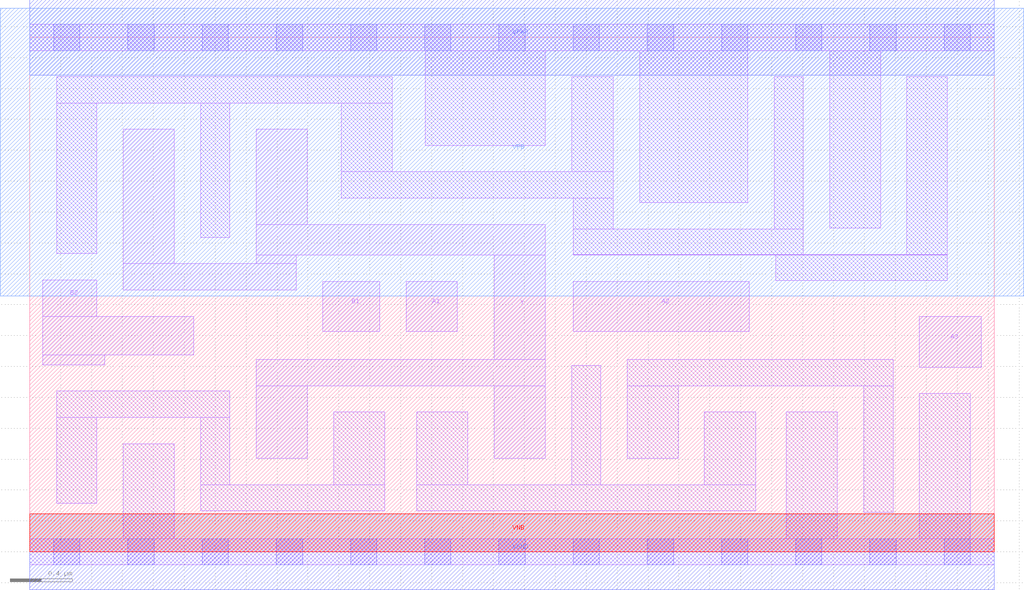
<source format=lef>
# Copyright 2020 The SkyWater PDK Authors
#
# Licensed under the Apache License, Version 2.0 (the "License");
# you may not use this file except in compliance with the License.
# You may obtain a copy of the License at
#
#     https://www.apache.org/licenses/LICENSE-2.0
#
# Unless required by applicable law or agreed to in writing, software
# distributed under the License is distributed on an "AS IS" BASIS,
# WITHOUT WARRANTIES OR CONDITIONS OF ANY KIND, either express or implied.
# See the License for the specific language governing permissions and
# limitations under the License.
#
# SPDX-License-Identifier: Apache-2.0

VERSION 5.7 ;
  NOWIREEXTENSIONATPIN ON ;
  DIVIDERCHAR "/" ;
  BUSBITCHARS "[]" ;
MACRO sky130_fd_sc_lp__a32oi_2
  CLASS CORE ;
  FOREIGN sky130_fd_sc_lp__a32oi_2 ;
  ORIGIN  0.000000  0.000000 ;
  SIZE  6.240000 BY  3.330000 ;
  SYMMETRY X Y R90 ;
  SITE unit ;
  PIN A1
    ANTENNAGATEAREA  0.630000 ;
    DIRECTION INPUT ;
    USE SIGNAL ;
    PORT
      LAYER li1 ;
        RECT 2.435000 1.425000 2.765000 1.750000 ;
    END
  END A1
  PIN A2
    ANTENNAGATEAREA  0.630000 ;
    DIRECTION INPUT ;
    USE SIGNAL ;
    PORT
      LAYER li1 ;
        RECT 3.515000 1.425000 4.655000 1.750000 ;
    END
  END A2
  PIN A3
    ANTENNAGATEAREA  0.630000 ;
    DIRECTION INPUT ;
    USE SIGNAL ;
    PORT
      LAYER li1 ;
        RECT 5.755000 1.195000 6.155000 1.525000 ;
    END
  END A3
  PIN B1
    ANTENNAGATEAREA  0.630000 ;
    DIRECTION INPUT ;
    USE SIGNAL ;
    PORT
      LAYER li1 ;
        RECT 1.895000 1.425000 2.265000 1.750000 ;
    END
  END B1
  PIN B2
    ANTENNAGATEAREA  0.630000 ;
    DIRECTION INPUT ;
    USE SIGNAL ;
    PORT
      LAYER li1 ;
        RECT 0.085000 1.210000 0.485000 1.275000 ;
        RECT 0.085000 1.275000 1.060000 1.525000 ;
        RECT 0.085000 1.525000 0.435000 1.760000 ;
    END
  END B2
  PIN Y
    ANTENNADIFFAREA  1.176000 ;
    DIRECTION OUTPUT ;
    USE SIGNAL ;
    PORT
      LAYER li1 ;
        RECT 0.605000 1.695000 1.725000 1.865000 ;
        RECT 0.605000 1.865000 0.935000 2.735000 ;
        RECT 1.465000 0.605000 1.795000 1.075000 ;
        RECT 1.465000 1.075000 3.335000 1.245000 ;
        RECT 1.465000 1.865000 1.725000 1.920000 ;
        RECT 1.465000 1.920000 3.335000 2.120000 ;
        RECT 1.465000 2.120000 1.795000 2.735000 ;
        RECT 3.005000 0.605000 3.335000 1.075000 ;
        RECT 3.005000 1.245000 3.335000 1.920000 ;
    END
  END Y
  PIN VGND
    DIRECTION INOUT ;
    USE GROUND ;
    PORT
      LAYER met1 ;
        RECT 0.000000 -0.245000 6.240000 0.245000 ;
    END
  END VGND
  PIN VNB
    DIRECTION INOUT ;
    USE GROUND ;
    PORT
      LAYER pwell ;
        RECT 0.000000 0.000000 6.240000 0.245000 ;
    END
  END VNB
  PIN VPB
    DIRECTION INOUT ;
    USE POWER ;
    PORT
      LAYER nwell ;
        RECT -0.190000 1.655000 6.430000 3.520000 ;
    END
  END VPB
  PIN VPWR
    DIRECTION INOUT ;
    USE POWER ;
    PORT
      LAYER met1 ;
        RECT 0.000000 3.085000 6.240000 3.575000 ;
    END
  END VPWR
  OBS
    LAYER li1 ;
      RECT 0.000000 -0.085000 6.240000 0.085000 ;
      RECT 0.000000  3.245000 6.240000 3.415000 ;
      RECT 0.175000  0.315000 0.435000 0.870000 ;
      RECT 0.175000  0.870000 1.295000 1.040000 ;
      RECT 0.175000  1.930000 0.435000 2.905000 ;
      RECT 0.175000  2.905000 2.345000 3.075000 ;
      RECT 0.605000  0.085000 0.935000 0.700000 ;
      RECT 1.105000  0.265000 2.295000 0.435000 ;
      RECT 1.105000  0.435000 1.295000 0.870000 ;
      RECT 1.105000  2.035000 1.295000 2.905000 ;
      RECT 1.965000  0.435000 2.295000 0.905000 ;
      RECT 2.015000  2.290000 3.775000 2.460000 ;
      RECT 2.015000  2.460000 2.345000 2.905000 ;
      RECT 2.505000  0.265000 4.695000 0.435000 ;
      RECT 2.505000  0.435000 2.835000 0.905000 ;
      RECT 2.560000  2.630000 3.335000 3.245000 ;
      RECT 3.505000  0.435000 3.695000 1.205000 ;
      RECT 3.505000  2.460000 3.775000 3.075000 ;
      RECT 3.515000  1.920000 5.935000 1.925000 ;
      RECT 3.515000  1.925000 5.005000 2.090000 ;
      RECT 3.515000  2.090000 3.775000 2.290000 ;
      RECT 3.865000  0.605000 4.195000 1.075000 ;
      RECT 3.865000  1.075000 5.585000 1.245000 ;
      RECT 3.945000  2.260000 4.645000 3.245000 ;
      RECT 4.365000  0.435000 4.695000 0.905000 ;
      RECT 4.815000  2.090000 5.005000 3.075000 ;
      RECT 4.825000  1.755000 5.935000 1.920000 ;
      RECT 4.895000  0.085000 5.225000 0.905000 ;
      RECT 5.175000  2.095000 5.505000 3.245000 ;
      RECT 5.395000  0.255000 5.585000 1.075000 ;
      RECT 5.675000  1.925000 5.935000 3.075000 ;
      RECT 5.755000  0.085000 6.085000 1.025000 ;
    LAYER mcon ;
      RECT 0.155000 -0.085000 0.325000 0.085000 ;
      RECT 0.155000  3.245000 0.325000 3.415000 ;
      RECT 0.635000 -0.085000 0.805000 0.085000 ;
      RECT 0.635000  3.245000 0.805000 3.415000 ;
      RECT 1.115000 -0.085000 1.285000 0.085000 ;
      RECT 1.115000  3.245000 1.285000 3.415000 ;
      RECT 1.595000 -0.085000 1.765000 0.085000 ;
      RECT 1.595000  3.245000 1.765000 3.415000 ;
      RECT 2.075000 -0.085000 2.245000 0.085000 ;
      RECT 2.075000  3.245000 2.245000 3.415000 ;
      RECT 2.555000 -0.085000 2.725000 0.085000 ;
      RECT 2.555000  3.245000 2.725000 3.415000 ;
      RECT 3.035000 -0.085000 3.205000 0.085000 ;
      RECT 3.035000  3.245000 3.205000 3.415000 ;
      RECT 3.515000 -0.085000 3.685000 0.085000 ;
      RECT 3.515000  3.245000 3.685000 3.415000 ;
      RECT 3.995000 -0.085000 4.165000 0.085000 ;
      RECT 3.995000  3.245000 4.165000 3.415000 ;
      RECT 4.475000 -0.085000 4.645000 0.085000 ;
      RECT 4.475000  3.245000 4.645000 3.415000 ;
      RECT 4.955000 -0.085000 5.125000 0.085000 ;
      RECT 4.955000  3.245000 5.125000 3.415000 ;
      RECT 5.435000 -0.085000 5.605000 0.085000 ;
      RECT 5.435000  3.245000 5.605000 3.415000 ;
      RECT 5.915000 -0.085000 6.085000 0.085000 ;
      RECT 5.915000  3.245000 6.085000 3.415000 ;
  END
END sky130_fd_sc_lp__a32oi_2
END LIBRARY

</source>
